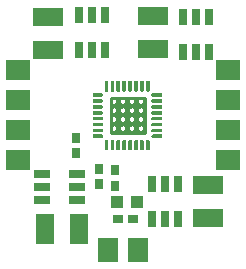
<source format=gts>
G04 DipTrace 2.4.0.2*
%INSocialLight.gts*%
%MOIN*%
%ADD10C,0.0098*%
%ADD30C,0.0065*%
%ADD40R,0.0685X0.0816*%
%ADD41R,0.0816X0.0685*%
%ADD42R,0.0646X0.1039*%
%ADD43R,0.0528X0.0291*%
%ADD44R,0.1039X0.0646*%
%ADD45R,0.0291X0.0528*%
%ADD46R,0.037X0.0291*%
%ADD47R,0.0449X0.0409*%
%ADD48R,0.0291X0.037*%
%FSLAX44Y44*%
G04*
G70*
G90*
G75*
G01*
%LNTopMask*%
%LPD*%
D48*
X6635Y6663D3*
Y6151D3*
D47*
X7888Y5533D3*
X7219D3*
D46*
X7774Y4983D3*
X7262D3*
D45*
X9279Y6143D3*
X8846D3*
X8413D3*
Y4982D3*
X8846D3*
X9279D3*
D44*
X10251Y6130D3*
Y5027D3*
D45*
X9419Y10559D3*
X9852D3*
X10286D3*
Y11720D3*
X9852D3*
X9419D3*
D44*
X8441Y10643D3*
Y11745D3*
D45*
X5975Y10622D3*
X6408D3*
X6841D3*
Y11783D3*
X6408D3*
X5975D3*
D44*
X4936Y10612D3*
Y11714D3*
D43*
X5893Y5614D3*
Y6047D3*
Y6480D3*
X4731D3*
Y6047D3*
Y5614D3*
D42*
X5953Y4653D3*
X4850D3*
D41*
X3937Y8937D3*
Y9937D3*
X10937D3*
Y8937D3*
X3937Y7937D3*
Y6937D3*
X10937Y7937D3*
Y6937D3*
D40*
X7937Y3937D3*
X6937D3*
D48*
X7160Y6097D3*
Y6608D3*
X5866Y7680D3*
Y7168D3*
X7634Y8303D2*
D30*
Y8311D1*
X7635Y8319D1*
X7637Y8326D1*
X7638Y8334D1*
X7641Y8341D1*
X7643Y8348D1*
X7647Y8355D1*
X7650Y8362D1*
X7654Y8368D1*
X7659Y8374D1*
X7664Y8380D1*
X7669Y8385D1*
X7675Y8390D1*
X7680Y8395D1*
X7687Y8399D1*
X7693Y8402D1*
X7700Y8405D1*
X7707Y8408D1*
X7714Y8410D1*
X7721Y8412D1*
X7728Y8413D1*
X7736D1*
X7743D1*
X7750D1*
X7757Y8412D1*
X7765Y8410D1*
X7772Y8408D1*
X7778Y8405D1*
X7785Y8402D1*
X7792Y8399D1*
X7798Y8395D1*
X7804Y8390D1*
X7809Y8385D1*
X7815Y8380D1*
X7820Y8374D1*
X7824Y8368D1*
X7828Y8362D1*
X7832Y8355D1*
X7835Y8348D1*
X7838Y8341D1*
X7840Y8334D1*
X7842Y8326D1*
X7843Y8319D1*
X7844Y8311D1*
Y8303D1*
Y8296D1*
X7843Y8288D1*
X7842Y8280D1*
X7840Y8273D1*
X7838Y8266D1*
X7835Y8258D1*
X7832Y8252D1*
X7828Y8245D1*
X7824Y8239D1*
X7820Y8233D1*
X7815Y8227D1*
X7809Y8221D1*
X7804Y8217D1*
X7798Y8212D1*
X7792Y8208D1*
X7785Y8204D1*
X7778Y8201D1*
X7772Y8199D1*
X7765Y8196D1*
X7757Y8195D1*
X7750Y8194D1*
X7743Y8193D1*
X7736D1*
X7728Y8194D1*
X7721Y8195D1*
X7714Y8196D1*
X7707Y8199D1*
X7700Y8201D1*
X7693Y8204D1*
X7687Y8208D1*
X7680Y8212D1*
X7675Y8217D1*
X7669Y8221D1*
X7664Y8227D1*
X7659Y8233D1*
X7654Y8239D1*
X7650Y8245D1*
X7647Y8252D1*
X7643Y8258D1*
X7641Y8266D1*
X7638Y8273D1*
X7637Y8280D1*
X7635Y8288D1*
X7634Y8296D1*
Y8303D1*
X7034D2*
X7035Y8311D1*
Y8319D1*
X7037Y8326D1*
X7038Y8334D1*
X7041Y8341D1*
X7044Y8348D1*
X7047Y8355D1*
X7050Y8362D1*
X7054Y8368D1*
X7059Y8374D1*
X7064Y8380D1*
X7069Y8385D1*
X7075Y8390D1*
X7081Y8395D1*
X7087Y8399D1*
X7093Y8402D1*
X7100Y8405D1*
X7107Y8408D1*
X7114Y8410D1*
X7121Y8412D1*
X7129Y8413D1*
X7136D1*
X7143D1*
X7150D1*
X7158Y8412D1*
X7165Y8410D1*
X7172Y8408D1*
X7179Y8405D1*
X7186Y8402D1*
X7192Y8399D1*
X7198Y8395D1*
X7204Y8390D1*
X7210Y8385D1*
X7215Y8380D1*
X7220Y8374D1*
X7224Y8368D1*
X7229Y8362D1*
X7232Y8355D1*
X7235Y8348D1*
X7238Y8341D1*
X7240Y8334D1*
X7242Y8326D1*
X7244Y8319D1*
Y8311D1*
X7245Y8303D1*
X7244Y8296D1*
Y8288D1*
X7242Y8280D1*
X7240Y8273D1*
X7238Y8266D1*
X7235Y8258D1*
X7232Y8252D1*
X7229Y8245D1*
X7224Y8239D1*
X7220Y8233D1*
X7215Y8227D1*
X7210Y8221D1*
X7204Y8217D1*
X7198Y8212D1*
X7192Y8208D1*
X7186Y8204D1*
X7179Y8201D1*
X7172Y8199D1*
X7165Y8196D1*
X7158Y8195D1*
X7150Y8194D1*
X7143Y8193D1*
X7136D1*
X7129Y8194D1*
X7121Y8195D1*
X7114Y8196D1*
X7107Y8199D1*
X7100Y8201D1*
X7093Y8204D1*
X7087Y8208D1*
X7081Y8212D1*
X7075Y8217D1*
X7069Y8221D1*
X7064Y8227D1*
X7059Y8233D1*
X7054Y8239D1*
X7050Y8245D1*
X7047Y8252D1*
X7044Y8258D1*
X7041Y8266D1*
X7038Y8273D1*
X7037Y8280D1*
X7035Y8288D1*
Y8296D1*
X7034Y8303D1*
X7933D2*
X7934Y8311D1*
Y8319D1*
X7936Y8326D1*
X7937Y8334D1*
X7940Y8341D1*
X7942Y8348D1*
X7946Y8355D1*
X7949Y8362D1*
X7953Y8368D1*
X7958Y8374D1*
X7963Y8380D1*
X7968Y8385D1*
X7974Y8390D1*
X7980Y8395D1*
X7986Y8399D1*
X7992Y8402D1*
X7999Y8405D1*
X8006Y8408D1*
X8013Y8410D1*
X8020Y8412D1*
X8027Y8413D1*
X8035D1*
X8042D1*
X8049D1*
X8057Y8412D1*
X8064Y8410D1*
X8071Y8408D1*
X8078Y8405D1*
X8084Y8402D1*
X8091Y8399D1*
X8097Y8395D1*
X8103Y8390D1*
X8109Y8385D1*
X8114Y8380D1*
X8119Y8374D1*
X8123Y8368D1*
X8127Y8362D1*
X8131Y8355D1*
X8134Y8348D1*
X8137Y8341D1*
X8139Y8334D1*
X8141Y8326D1*
X8142Y8319D1*
X8143Y8311D1*
Y8303D1*
Y8296D1*
X8142Y8288D1*
X8141Y8280D1*
X8139Y8273D1*
X8137Y8266D1*
X8134Y8258D1*
X8131Y8252D1*
X8127Y8245D1*
X8123Y8239D1*
X8119Y8233D1*
X8114Y8227D1*
X8109Y8221D1*
X8103Y8217D1*
X8097Y8212D1*
X8091Y8208D1*
X8084Y8204D1*
X8078Y8201D1*
X8071Y8199D1*
X8064Y8196D1*
X8057Y8195D1*
X8049Y8194D1*
X8042Y8193D1*
X8035D1*
X8027Y8194D1*
X8020Y8195D1*
X8013Y8196D1*
X8006Y8199D1*
X7999Y8201D1*
X7992Y8204D1*
X7986Y8208D1*
X7980Y8212D1*
X7974Y8217D1*
X7968Y8221D1*
X7963Y8227D1*
X7958Y8233D1*
X7953Y8239D1*
X7949Y8245D1*
X7946Y8252D1*
X7942Y8258D1*
X7940Y8266D1*
X7937Y8273D1*
X7936Y8280D1*
X7934Y8288D1*
Y8296D1*
X7933Y8303D1*
X7334D2*
Y8311D1*
X7335Y8319D1*
X7336Y8326D1*
X7338Y8334D1*
X7340Y8341D1*
X7343Y8348D1*
X7346Y8355D1*
X7350Y8362D1*
X7354Y8368D1*
X7358Y8374D1*
X7363Y8380D1*
X7368Y8385D1*
X7374Y8390D1*
X7380Y8395D1*
X7386Y8399D1*
X7393Y8402D1*
X7399Y8405D1*
X7406Y8408D1*
X7413Y8410D1*
X7420Y8412D1*
X7428Y8413D1*
X7435D1*
X7442D1*
X7450D1*
X7457Y8412D1*
X7464Y8410D1*
X7471Y8408D1*
X7478Y8405D1*
X7485Y8402D1*
X7491Y8399D1*
X7497Y8395D1*
X7503Y8390D1*
X7509Y8385D1*
X7514Y8380D1*
X7519Y8374D1*
X7524Y8368D1*
X7528Y8362D1*
X7531Y8355D1*
X7535Y8348D1*
X7537Y8341D1*
X7540Y8334D1*
X7541Y8326D1*
X7543Y8319D1*
Y8311D1*
X7544Y8303D1*
X7543Y8296D1*
Y8288D1*
X7541Y8280D1*
X7540Y8273D1*
X7537Y8266D1*
X7535Y8258D1*
X7531Y8252D1*
X7528Y8245D1*
X7524Y8239D1*
X7519Y8233D1*
X7514Y8227D1*
X7509Y8221D1*
X7503Y8217D1*
X7497Y8212D1*
X7491Y8208D1*
X7485Y8204D1*
X7478Y8201D1*
X7471Y8199D1*
X7464Y8196D1*
X7457Y8195D1*
X7450Y8194D1*
X7442Y8193D1*
X7435D1*
X7428Y8194D1*
X7420Y8195D1*
X7413Y8196D1*
X7406Y8199D1*
X7399Y8201D1*
X7393Y8204D1*
X7386Y8208D1*
X7380Y8212D1*
X7374Y8217D1*
X7368Y8221D1*
X7363Y8227D1*
X7358Y8233D1*
X7354Y8239D1*
X7350Y8245D1*
X7346Y8252D1*
X7343Y8258D1*
X7340Y8266D1*
X7338Y8273D1*
X7336Y8280D1*
X7335Y8288D1*
X7334Y8296D1*
Y8303D1*
X7633Y8603D2*
Y8610D1*
X7634Y8618D1*
X7635Y8626D1*
X7637Y8633D1*
X7639Y8640D1*
X7642Y8647D1*
X7645Y8654D1*
X7649Y8661D1*
X7653Y8667D1*
X7657Y8673D1*
X7662Y8679D1*
X7668Y8684D1*
X7673Y8689D1*
X7679Y8694D1*
X7685Y8698D1*
X7692Y8702D1*
X7698Y8705D1*
X7705Y8707D1*
X7712Y8709D1*
X7720Y8711D1*
X7727Y8712D1*
X7734Y8713D1*
X7741D1*
X7749Y8712D1*
X7756Y8711D1*
X7763Y8709D1*
X7770Y8707D1*
X7777Y8705D1*
X7784Y8702D1*
X7790Y8698D1*
X7797Y8694D1*
X7803Y8689D1*
X7808Y8684D1*
X7813Y8679D1*
X7818Y8673D1*
X7823Y8667D1*
X7827Y8661D1*
X7831Y8654D1*
X7834Y8647D1*
X7837Y8640D1*
X7839Y8633D1*
X7841Y8626D1*
X7842Y8618D1*
X7843Y8610D1*
Y8603D1*
Y8595D1*
X7842Y8587D1*
X7841Y8580D1*
X7839Y8572D1*
X7837Y8565D1*
X7834Y8558D1*
X7831Y8551D1*
X7827Y8544D1*
X7823Y8538D1*
X7818Y8532D1*
X7813Y8526D1*
X7808Y8521D1*
X7803Y8516D1*
X7797Y8511D1*
X7790Y8507D1*
X7784Y8504D1*
X7777Y8501D1*
X7770Y8498D1*
X7763Y8496D1*
X7756Y8494D1*
X7749Y8493D1*
X7741D1*
X7734D1*
X7727D1*
X7720Y8494D1*
X7712Y8496D1*
X7705Y8498D1*
X7698Y8501D1*
X7692Y8504D1*
X7685Y8507D1*
X7679Y8511D1*
X7673Y8516D1*
X7668Y8521D1*
X7662Y8526D1*
X7657Y8532D1*
X7653Y8538D1*
X7649Y8544D1*
X7645Y8551D1*
X7642Y8558D1*
X7639Y8565D1*
X7637Y8572D1*
X7635Y8580D1*
X7634Y8587D1*
X7633Y8595D1*
Y8603D1*
X7033D2*
Y8610D1*
X7034Y8618D1*
X7035Y8626D1*
X7037Y8633D1*
X7040Y8640D1*
X7042Y8647D1*
X7045Y8654D1*
X7049Y8661D1*
X7053Y8667D1*
X7058Y8673D1*
X7063Y8679D1*
X7068Y8684D1*
X7074Y8689D1*
X7079Y8694D1*
X7086Y8698D1*
X7092Y8702D1*
X7099Y8705D1*
X7106Y8707D1*
X7113Y8709D1*
X7120Y8711D1*
X7127Y8712D1*
X7134Y8713D1*
X7142D1*
X7149Y8712D1*
X7156Y8711D1*
X7164Y8709D1*
X7171Y8707D1*
X7177Y8705D1*
X7184Y8702D1*
X7191Y8698D1*
X7197Y8694D1*
X7203Y8689D1*
X7208Y8684D1*
X7214Y8679D1*
X7219Y8673D1*
X7223Y8667D1*
X7227Y8661D1*
X7231Y8654D1*
X7234Y8647D1*
X7237Y8640D1*
X7239Y8633D1*
X7241Y8626D1*
X7242Y8618D1*
X7243Y8610D1*
Y8603D1*
Y8595D1*
X7242Y8587D1*
X7241Y8580D1*
X7239Y8572D1*
X7237Y8565D1*
X7234Y8558D1*
X7231Y8551D1*
X7227Y8544D1*
X7223Y8538D1*
X7219Y8532D1*
X7214Y8526D1*
X7208Y8521D1*
X7203Y8516D1*
X7197Y8511D1*
X7191Y8507D1*
X7184Y8504D1*
X7177Y8501D1*
X7171Y8498D1*
X7164Y8496D1*
X7156Y8494D1*
X7149Y8493D1*
X7142D1*
X7134D1*
X7127D1*
X7120Y8494D1*
X7113Y8496D1*
X7106Y8498D1*
X7099Y8501D1*
X7092Y8504D1*
X7086Y8507D1*
X7079Y8511D1*
X7074Y8516D1*
X7068Y8521D1*
X7063Y8526D1*
X7058Y8532D1*
X7053Y8538D1*
X7049Y8544D1*
X7045Y8551D1*
X7042Y8558D1*
X7040Y8565D1*
X7037Y8572D1*
X7035Y8580D1*
X7034Y8587D1*
X7033Y8595D1*
Y8603D1*
X7932D2*
Y8610D1*
X7933Y8618D1*
X7934Y8626D1*
X7936Y8633D1*
X7938Y8640D1*
X7941Y8647D1*
X7944Y8654D1*
X7948Y8661D1*
X7952Y8667D1*
X7957Y8673D1*
X7961Y8679D1*
X7967Y8684D1*
X7972Y8689D1*
X7978Y8694D1*
X7984Y8698D1*
X7991Y8702D1*
X7998Y8705D1*
X8005Y8707D1*
X8012Y8709D1*
X8019Y8711D1*
X8026Y8712D1*
X8033Y8713D1*
X8041D1*
X8048Y8712D1*
X8055Y8711D1*
X8062Y8709D1*
X8069Y8707D1*
X8076Y8705D1*
X8083Y8702D1*
X8090Y8698D1*
X8096Y8694D1*
X8102Y8689D1*
X8107Y8684D1*
X8113Y8679D1*
X8117Y8673D1*
X8122Y8667D1*
X8126Y8661D1*
X8130Y8654D1*
X8133Y8647D1*
X8136Y8640D1*
X8138Y8633D1*
X8140Y8626D1*
X8141Y8618D1*
X8142Y8610D1*
Y8603D1*
Y8595D1*
X8141Y8587D1*
X8140Y8580D1*
X8138Y8572D1*
X8136Y8565D1*
X8133Y8558D1*
X8130Y8551D1*
X8126Y8544D1*
X8122Y8538D1*
X8117Y8532D1*
X8113Y8526D1*
X8107Y8521D1*
X8102Y8516D1*
X8096Y8511D1*
X8090Y8507D1*
X8083Y8504D1*
X8076Y8501D1*
X8069Y8498D1*
X8062Y8496D1*
X8055Y8494D1*
X8048Y8493D1*
X8041D1*
X8033D1*
X8026D1*
X8019Y8494D1*
X8012Y8496D1*
X8005Y8498D1*
X7998Y8501D1*
X7991Y8504D1*
X7984Y8507D1*
X7978Y8511D1*
X7972Y8516D1*
X7967Y8521D1*
X7961Y8526D1*
X7957Y8532D1*
X7952Y8538D1*
X7948Y8544D1*
X7944Y8551D1*
X7941Y8558D1*
X7938Y8565D1*
X7936Y8572D1*
X7934Y8580D1*
X7933Y8587D1*
X7932Y8595D1*
Y8603D1*
X7332D2*
X7333Y8610D1*
Y8618D1*
X7335Y8626D1*
X7336Y8633D1*
X7339Y8640D1*
X7341Y8647D1*
X7345Y8654D1*
X7348Y8661D1*
X7352Y8667D1*
X7357Y8673D1*
X7362Y8679D1*
X7367Y8684D1*
X7373Y8689D1*
X7379Y8694D1*
X7385Y8698D1*
X7391Y8702D1*
X7398Y8705D1*
X7405Y8707D1*
X7412Y8709D1*
X7419Y8711D1*
X7426Y8712D1*
X7434Y8713D1*
X7441D1*
X7448Y8712D1*
X7456Y8711D1*
X7463Y8709D1*
X7470Y8707D1*
X7477Y8705D1*
X7483Y8702D1*
X7490Y8698D1*
X7496Y8694D1*
X7502Y8689D1*
X7508Y8684D1*
X7513Y8679D1*
X7518Y8673D1*
X7522Y8667D1*
X7527Y8661D1*
X7530Y8654D1*
X7533Y8647D1*
X7536Y8640D1*
X7538Y8633D1*
X7540Y8626D1*
X7541Y8618D1*
X7542Y8610D1*
X7543Y8603D1*
X7542Y8595D1*
X7541Y8587D1*
X7540Y8580D1*
X7538Y8572D1*
X7536Y8565D1*
X7533Y8558D1*
X7530Y8551D1*
X7527Y8544D1*
X7522Y8538D1*
X7518Y8532D1*
X7513Y8526D1*
X7508Y8521D1*
X7502Y8516D1*
X7496Y8511D1*
X7490Y8507D1*
X7483Y8504D1*
X7477Y8501D1*
X7470Y8498D1*
X7463Y8496D1*
X7456Y8494D1*
X7448Y8493D1*
X7441D1*
X7434D1*
X7426D1*
X7419Y8494D1*
X7412Y8496D1*
X7405Y8498D1*
X7398Y8501D1*
X7391Y8504D1*
X7385Y8507D1*
X7379Y8511D1*
X7373Y8516D1*
X7367Y8521D1*
X7362Y8526D1*
X7357Y8532D1*
X7352Y8538D1*
X7348Y8544D1*
X7345Y8551D1*
X7341Y8558D1*
X7339Y8565D1*
X7336Y8572D1*
X7335Y8580D1*
X7333Y8587D1*
Y8595D1*
X7332Y8603D1*
X7633Y8001D2*
Y8009D1*
X7634Y8017D1*
X7635Y8024D1*
X7637Y8032D1*
X7639Y8039D1*
X7642Y8046D1*
X7645Y8053D1*
X7649Y8060D1*
X7653Y8066D1*
X7657Y8072D1*
X7662Y8078D1*
X7668Y8083D1*
X7673Y8088D1*
X7679Y8093D1*
X7685Y8097D1*
X7692Y8100D1*
X7698Y8103D1*
X7705Y8106D1*
X7712Y8108D1*
X7720Y8110D1*
X7727Y8111D1*
X7734D1*
X7741D1*
X7749D1*
X7756Y8110D1*
X7763Y8108D1*
X7770Y8106D1*
X7777Y8103D1*
X7784Y8100D1*
X7790Y8097D1*
X7797Y8093D1*
X7803Y8088D1*
X7808Y8083D1*
X7813Y8078D1*
X7818Y8072D1*
X7823Y8066D1*
X7827Y8060D1*
X7831Y8053D1*
X7834Y8046D1*
X7837Y8039D1*
X7839Y8032D1*
X7841Y8024D1*
X7842Y8017D1*
X7843Y8009D1*
Y8001D1*
Y7994D1*
X7842Y7986D1*
X7841Y7979D1*
X7839Y7971D1*
X7837Y7964D1*
X7834Y7957D1*
X7831Y7950D1*
X7827Y7943D1*
X7823Y7937D1*
X7818Y7931D1*
X7813Y7925D1*
X7808Y7920D1*
X7803Y7915D1*
X7797Y7910D1*
X7790Y7906D1*
X7784Y7903D1*
X7777Y7900D1*
X7770Y7897D1*
X7763Y7895D1*
X7756Y7893D1*
X7749Y7892D1*
X7741D1*
X7734D1*
X7727D1*
X7720Y7893D1*
X7712Y7895D1*
X7705Y7897D1*
X7698Y7900D1*
X7692Y7903D1*
X7685Y7906D1*
X7679Y7910D1*
X7673Y7915D1*
X7668Y7920D1*
X7662Y7925D1*
X7657Y7931D1*
X7653Y7937D1*
X7649Y7943D1*
X7645Y7950D1*
X7642Y7957D1*
X7639Y7964D1*
X7637Y7971D1*
X7635Y7979D1*
X7634Y7986D1*
X7633Y7994D1*
Y8001D1*
X7033D2*
Y8009D1*
X7034Y8017D1*
X7035Y8024D1*
X7037Y8032D1*
X7040Y8039D1*
X7042Y8046D1*
X7045Y8053D1*
X7049Y8060D1*
X7053Y8066D1*
X7058Y8072D1*
X7063Y8078D1*
X7068Y8083D1*
X7074Y8088D1*
X7079Y8093D1*
X7086Y8097D1*
X7092Y8100D1*
X7099Y8103D1*
X7106Y8106D1*
X7113Y8108D1*
X7120Y8110D1*
X7127Y8111D1*
X7134D1*
X7142D1*
X7149D1*
X7156Y8110D1*
X7164Y8108D1*
X7171Y8106D1*
X7177Y8103D1*
X7184Y8100D1*
X7191Y8097D1*
X7197Y8093D1*
X7203Y8088D1*
X7208Y8083D1*
X7214Y8078D1*
X7219Y8072D1*
X7223Y8066D1*
X7227Y8060D1*
X7231Y8053D1*
X7234Y8046D1*
X7237Y8039D1*
X7239Y8032D1*
X7241Y8024D1*
X7242Y8017D1*
X7243Y8009D1*
Y8001D1*
Y7994D1*
X7242Y7986D1*
X7241Y7979D1*
X7239Y7971D1*
X7237Y7964D1*
X7234Y7957D1*
X7231Y7950D1*
X7227Y7943D1*
X7223Y7937D1*
X7219Y7931D1*
X7214Y7925D1*
X7208Y7920D1*
X7203Y7915D1*
X7197Y7910D1*
X7191Y7906D1*
X7184Y7903D1*
X7177Y7900D1*
X7171Y7897D1*
X7164Y7895D1*
X7156Y7893D1*
X7149Y7892D1*
X7142D1*
X7134D1*
X7127D1*
X7120Y7893D1*
X7113Y7895D1*
X7106Y7897D1*
X7099Y7900D1*
X7092Y7903D1*
X7086Y7906D1*
X7079Y7910D1*
X7074Y7915D1*
X7068Y7920D1*
X7063Y7925D1*
X7058Y7931D1*
X7053Y7937D1*
X7049Y7943D1*
X7045Y7950D1*
X7042Y7957D1*
X7040Y7964D1*
X7037Y7971D1*
X7035Y7979D1*
X7034Y7986D1*
X7033Y7994D1*
Y8001D1*
X7932D2*
Y8009D1*
X7933Y8017D1*
X7934Y8024D1*
X7936Y8032D1*
X7938Y8039D1*
X7941Y8046D1*
X7944Y8053D1*
X7948Y8060D1*
X7952Y8066D1*
X7957Y8072D1*
X7961Y8078D1*
X7967Y8083D1*
X7972Y8088D1*
X7978Y8093D1*
X7984Y8097D1*
X7991Y8100D1*
X7998Y8103D1*
X8005Y8106D1*
X8012Y8108D1*
X8019Y8110D1*
X8026Y8111D1*
X8033D1*
X8041D1*
X8048D1*
X8055Y8110D1*
X8062Y8108D1*
X8069Y8106D1*
X8076Y8103D1*
X8083Y8100D1*
X8090Y8097D1*
X8096Y8093D1*
X8102Y8088D1*
X8107Y8083D1*
X8113Y8078D1*
X8117Y8072D1*
X8122Y8066D1*
X8126Y8060D1*
X8130Y8053D1*
X8133Y8046D1*
X8136Y8039D1*
X8138Y8032D1*
X8140Y8024D1*
X8141Y8017D1*
X8142Y8009D1*
Y8001D1*
Y7994D1*
X8141Y7986D1*
X8140Y7979D1*
X8138Y7971D1*
X8136Y7964D1*
X8133Y7957D1*
X8130Y7950D1*
X8126Y7943D1*
X8122Y7937D1*
X8117Y7931D1*
X8113Y7925D1*
X8107Y7920D1*
X8102Y7915D1*
X8096Y7910D1*
X8090Y7906D1*
X8083Y7903D1*
X8076Y7900D1*
X8069Y7897D1*
X8062Y7895D1*
X8055Y7893D1*
X8048Y7892D1*
X8041D1*
X8033D1*
X8026D1*
X8019Y7893D1*
X8012Y7895D1*
X8005Y7897D1*
X7998Y7900D1*
X7991Y7903D1*
X7984Y7906D1*
X7978Y7910D1*
X7972Y7915D1*
X7967Y7920D1*
X7961Y7925D1*
X7957Y7931D1*
X7952Y7937D1*
X7948Y7943D1*
X7944Y7950D1*
X7941Y7957D1*
X7938Y7964D1*
X7936Y7971D1*
X7934Y7979D1*
X7933Y7986D1*
X7932Y7994D1*
Y8001D1*
X7332D2*
X7333Y8009D1*
Y8017D1*
X7335Y8024D1*
X7336Y8032D1*
X7339Y8039D1*
X7341Y8046D1*
X7345Y8053D1*
X7348Y8060D1*
X7352Y8066D1*
X7357Y8072D1*
X7362Y8078D1*
X7367Y8083D1*
X7373Y8088D1*
X7379Y8093D1*
X7385Y8097D1*
X7391Y8100D1*
X7398Y8103D1*
X7405Y8106D1*
X7412Y8108D1*
X7419Y8110D1*
X7426Y8111D1*
X7434D1*
X7441D1*
X7448D1*
X7456Y8110D1*
X7463Y8108D1*
X7470Y8106D1*
X7477Y8103D1*
X7483Y8100D1*
X7490Y8097D1*
X7496Y8093D1*
X7502Y8088D1*
X7508Y8083D1*
X7513Y8078D1*
X7518Y8072D1*
X7522Y8066D1*
X7527Y8060D1*
X7530Y8053D1*
X7533Y8046D1*
X7536Y8039D1*
X7538Y8032D1*
X7540Y8024D1*
X7541Y8017D1*
X7542Y8009D1*
X7543Y8001D1*
X7542Y7994D1*
X7541Y7986D1*
X7540Y7979D1*
X7538Y7971D1*
X7536Y7964D1*
X7533Y7957D1*
X7530Y7950D1*
X7527Y7943D1*
X7522Y7937D1*
X7518Y7931D1*
X7513Y7925D1*
X7508Y7920D1*
X7502Y7915D1*
X7496Y7910D1*
X7490Y7906D1*
X7483Y7903D1*
X7477Y7900D1*
X7470Y7897D1*
X7463Y7895D1*
X7456Y7893D1*
X7448Y7892D1*
X7441D1*
X7434D1*
X7426D1*
X7419Y7893D1*
X7412Y7895D1*
X7405Y7897D1*
X7398Y7900D1*
X7391Y7903D1*
X7385Y7906D1*
X7379Y7910D1*
X7373Y7915D1*
X7367Y7920D1*
X7362Y7925D1*
X7357Y7931D1*
X7352Y7937D1*
X7348Y7943D1*
X7345Y7950D1*
X7341Y7957D1*
X7339Y7964D1*
X7336Y7971D1*
X7335Y7979D1*
X7333Y7986D1*
Y7994D1*
X7332Y8001D1*
X7633Y8903D2*
Y8911D1*
X7634Y8918D1*
X7635Y8926D1*
X7637Y8933D1*
X7639Y8941D1*
X7642Y8948D1*
X7645Y8955D1*
X7649Y8961D1*
X7653Y8968D1*
X7657Y8974D1*
X7662Y8979D1*
X7668Y8985D1*
X7673Y8990D1*
X7679Y8994D1*
X7685Y8998D1*
X7692Y9002D1*
X7698Y9005D1*
X7705Y9008D1*
X7712Y9010D1*
X7720Y9011D1*
X7727Y9012D1*
X7734Y9013D1*
X7741D1*
X7749Y9012D1*
X7756Y9011D1*
X7763Y9010D1*
X7770Y9008D1*
X7777Y9005D1*
X7784Y9002D1*
X7790Y8998D1*
X7797Y8994D1*
X7803Y8990D1*
X7808Y8985D1*
X7813Y8979D1*
X7818Y8974D1*
X7823Y8968D1*
X7827Y8961D1*
X7831Y8955D1*
X7834Y8948D1*
X7837Y8941D1*
X7839Y8933D1*
X7841Y8926D1*
X7842Y8918D1*
X7843Y8911D1*
Y8903D1*
Y8895D1*
X7842Y8888D1*
X7841Y8880D1*
X7839Y8873D1*
X7837Y8865D1*
X7834Y8858D1*
X7831Y8851D1*
X7827Y8845D1*
X7823Y8838D1*
X7818Y8832D1*
X7813Y8826D1*
X7808Y8821D1*
X7803Y8816D1*
X7797Y8812D1*
X7790Y8808D1*
X7784Y8804D1*
X7777Y8801D1*
X7770Y8798D1*
X7763Y8796D1*
X7756Y8795D1*
X7749Y8793D1*
X7741D1*
X7734D1*
X7727D1*
X7720Y8795D1*
X7712Y8796D1*
X7705Y8798D1*
X7698Y8801D1*
X7692Y8804D1*
X7685Y8808D1*
X7679Y8812D1*
X7673Y8816D1*
X7668Y8821D1*
X7662Y8826D1*
X7657Y8832D1*
X7653Y8838D1*
X7649Y8845D1*
X7645Y8851D1*
X7642Y8858D1*
X7639Y8865D1*
X7637Y8873D1*
X7635Y8880D1*
X7634Y8888D1*
X7633Y8895D1*
Y8903D1*
X7032Y8900D2*
Y8908D1*
X7033Y8915D1*
X7034Y8923D1*
X7036Y8930D1*
X7038Y8937D1*
X7041Y8944D1*
X7044Y8951D1*
X7048Y8957D1*
X7052Y8964D1*
X7056Y8970D1*
X7061Y8975D1*
X7067Y8980D1*
X7072Y8985D1*
X7078Y8990D1*
X7085Y8994D1*
X7091Y8997D1*
X7098Y9000D1*
X7105Y9003D1*
X7112Y9005D1*
X7119Y9006D1*
X7126Y9007D1*
X7134Y9008D1*
X7141D1*
X7148Y9007D1*
X7156Y9006D1*
X7163Y9005D1*
X7170Y9003D1*
X7177Y9000D1*
X7184Y8997D1*
X7190Y8994D1*
X7197Y8990D1*
X7202Y8985D1*
X7208Y8980D1*
X7213Y8975D1*
X7218Y8970D1*
X7223Y8964D1*
X7227Y8957D1*
X7231Y8951D1*
X7234Y8944D1*
X7237Y8937D1*
X7239Y8930D1*
X7241Y8923D1*
X7242Y8915D1*
X7243Y8908D1*
Y8900D1*
Y8893D1*
X7242Y8885D1*
X7241Y8878D1*
X7239Y8871D1*
X7237Y8864D1*
X7234Y8857D1*
X7231Y8850D1*
X7227Y8843D1*
X7223Y8837D1*
X7218Y8831D1*
X7213Y8826D1*
X7208Y8820D1*
X7202Y8816D1*
X7197Y8811D1*
X7190Y8807D1*
X7184Y8804D1*
X7177Y8801D1*
X7170Y8798D1*
X7163Y8796D1*
X7156Y8794D1*
X7148Y8793D1*
X7141D1*
X7134D1*
X7126D1*
X7119Y8794D1*
X7112Y8796D1*
X7105Y8798D1*
X7098Y8801D1*
X7091Y8804D1*
X7085Y8807D1*
X7078Y8811D1*
X7072Y8816D1*
X7067Y8820D1*
X7061Y8826D1*
X7056Y8831D1*
X7052Y8837D1*
X7048Y8843D1*
X7044Y8850D1*
X7041Y8857D1*
X7038Y8864D1*
X7036Y8871D1*
X7034Y8878D1*
X7033Y8885D1*
X7032Y8893D1*
Y8900D1*
X7932Y8903D2*
Y8911D1*
X7933Y8918D1*
X7934Y8926D1*
X7936Y8933D1*
X7938Y8941D1*
X7941Y8948D1*
X7944Y8955D1*
X7948Y8961D1*
X7952Y8968D1*
X7957Y8974D1*
X7961Y8979D1*
X7967Y8985D1*
X7972Y8990D1*
X7978Y8994D1*
X7984Y8998D1*
X7991Y9002D1*
X7998Y9005D1*
X8005Y9008D1*
X8012Y9010D1*
X8019Y9011D1*
X8026Y9012D1*
X8033Y9013D1*
X8041D1*
X8048Y9012D1*
X8055Y9011D1*
X8062Y9010D1*
X8069Y9008D1*
X8076Y9005D1*
X8083Y9002D1*
X8090Y8998D1*
X8096Y8994D1*
X8102Y8990D1*
X8107Y8985D1*
X8113Y8979D1*
X8117Y8974D1*
X8122Y8968D1*
X8126Y8961D1*
X8130Y8955D1*
X8133Y8948D1*
X8136Y8941D1*
X8138Y8933D1*
X8140Y8926D1*
X8141Y8918D1*
X8142Y8911D1*
Y8903D1*
Y8895D1*
X8141Y8888D1*
X8140Y8880D1*
X8138Y8873D1*
X8136Y8865D1*
X8133Y8858D1*
X8130Y8851D1*
X8126Y8845D1*
X8122Y8838D1*
X8117Y8832D1*
X8113Y8826D1*
X8107Y8821D1*
X8102Y8816D1*
X8096Y8812D1*
X8090Y8808D1*
X8083Y8804D1*
X8076Y8801D1*
X8069Y8798D1*
X8062Y8796D1*
X8055Y8795D1*
X8048Y8793D1*
X8041D1*
X8033D1*
X8026D1*
X8019Y8795D1*
X8012Y8796D1*
X8005Y8798D1*
X7998Y8801D1*
X7991Y8804D1*
X7984Y8808D1*
X7978Y8812D1*
X7972Y8816D1*
X7967Y8821D1*
X7961Y8826D1*
X7957Y8832D1*
X7952Y8838D1*
X7948Y8845D1*
X7944Y8851D1*
X7941Y8858D1*
X7938Y8865D1*
X7936Y8873D1*
X7934Y8880D1*
X7933Y8888D1*
X7932Y8895D1*
Y8903D1*
X7332D2*
X7333Y8911D1*
Y8918D1*
X7335Y8926D1*
X7336Y8933D1*
X7339Y8941D1*
X7341Y8948D1*
X7345Y8955D1*
X7348Y8961D1*
X7352Y8968D1*
X7357Y8974D1*
X7362Y8979D1*
X7367Y8985D1*
X7373Y8990D1*
X7379Y8994D1*
X7385Y8998D1*
X7391Y9002D1*
X7398Y9005D1*
X7405Y9008D1*
X7412Y9010D1*
X7419Y9011D1*
X7426Y9012D1*
X7434Y9013D1*
X7441D1*
X7448Y9012D1*
X7456Y9011D1*
X7463Y9010D1*
X7470Y9008D1*
X7477Y9005D1*
X7483Y9002D1*
X7490Y8998D1*
X7496Y8994D1*
X7502Y8990D1*
X7508Y8985D1*
X7513Y8979D1*
X7518Y8974D1*
X7522Y8968D1*
X7527Y8961D1*
X7530Y8955D1*
X7533Y8948D1*
X7536Y8941D1*
X7538Y8933D1*
X7540Y8926D1*
X7541Y8918D1*
X7542Y8911D1*
X7543Y8903D1*
X7542Y8895D1*
X7541Y8888D1*
X7540Y8880D1*
X7538Y8873D1*
X7536Y8865D1*
X7533Y8858D1*
X7530Y8851D1*
X7527Y8845D1*
X7522Y8838D1*
X7518Y8832D1*
X7513Y8826D1*
X7508Y8821D1*
X7502Y8816D1*
X7496Y8812D1*
X7490Y8808D1*
X7483Y8804D1*
X7477Y8801D1*
X7470Y8798D1*
X7463Y8796D1*
X7456Y8795D1*
X7448Y8793D1*
X7441D1*
X7434D1*
X7426D1*
X7419Y8795D1*
X7412Y8796D1*
X7405Y8798D1*
X7398Y8801D1*
X7391Y8804D1*
X7385Y8808D1*
X7379Y8812D1*
X7373Y8816D1*
X7367Y8821D1*
X7362Y8826D1*
X7357Y8832D1*
X7352Y8838D1*
X7348Y8845D1*
X7345Y8851D1*
X7341Y8858D1*
X7339Y8865D1*
X7336Y8873D1*
X7335Y8880D1*
X7333Y8888D1*
Y8895D1*
X7332Y8903D1*
G36*
X7954Y7861D2*
X7826D1*
Y9020D1*
X7954D1*
Y7861D1*
G37*
G36*
X7652Y7866D2*
X7523D1*
Y9022D1*
X7652D1*
Y7866D1*
G37*
G36*
X7354Y7877D2*
X7217D1*
Y9020D1*
X7354D1*
Y7877D1*
G37*
G36*
X8168Y8072D2*
X7021D1*
Y8231D1*
X8168D1*
Y8072D1*
G37*
G36*
X8159Y8383D2*
X7015D1*
Y8526D1*
X8159D1*
Y8383D1*
G37*
G36*
X8148Y8684D2*
X7023D1*
Y8816D1*
X8148D1*
Y8684D1*
G37*
X8156Y7849D2*
D10*
X7020D1*
Y9018D1*
X8156D1*
Y7849D1*
G36*
X8429Y7800D2*
X8725D1*
Y7675D1*
X8429D1*
X8412Y7679D1*
X8398Y7688D1*
X8387Y7699D1*
X8379Y7713D1*
X8374Y7729D1*
Y7746D1*
X8379Y7762D1*
X8387Y7776D1*
X8398Y7788D1*
X8412Y7796D1*
X8429Y7800D1*
G37*
G36*
Y7997D2*
X8725D1*
Y7872D1*
X8429D1*
X8412Y7876D1*
X8398Y7884D1*
X8387Y7896D1*
X8379Y7910D1*
X8374Y7926D1*
Y7943D1*
X8379Y7959D1*
X8387Y7973D1*
X8398Y7984D1*
X8412Y7993D1*
X8429Y7997D1*
G37*
G36*
Y8194D2*
X8725D1*
Y8069D1*
X8429D1*
X8412Y8073D1*
X8398Y8081D1*
X8387Y8093D1*
X8379Y8107D1*
X8374Y8123D1*
Y8139D1*
X8379Y8156D1*
X8387Y8170D1*
X8398Y8181D1*
X8412Y8189D1*
X8429Y8194D1*
G37*
G36*
Y8391D2*
X8725D1*
Y8266D1*
X8429D1*
X8412Y8270D1*
X8398Y8278D1*
X8387Y8290D1*
X8379Y8304D1*
X8374Y8320D1*
Y8336D1*
X8379Y8352D1*
X8387Y8366D1*
X8398Y8378D1*
X8412Y8386D1*
X8429Y8391D1*
G37*
G36*
Y8588D2*
X8725D1*
Y8462D1*
X8429D1*
X8412Y8467D1*
X8398Y8475D1*
X8387Y8487D1*
X8379Y8501D1*
X8374Y8517D1*
Y8533D1*
X8379Y8549D1*
X8387Y8563D1*
X8398Y8575D1*
X8412Y8583D1*
X8429Y8588D1*
G37*
G36*
Y8784D2*
X8725D1*
Y8659D1*
X8429D1*
X8412Y8664D1*
X8398Y8672D1*
X8387Y8684D1*
X8379Y8697D1*
X8374Y8714D1*
Y8730D1*
X8379Y8746D1*
X8387Y8760D1*
X8398Y8772D1*
X8412Y8780D1*
X8429Y8784D1*
G37*
G36*
Y8981D2*
X8725D1*
Y8856D1*
X8429D1*
X8412Y8861D1*
X8398Y8869D1*
X8387Y8880D1*
X8379Y8894D1*
X8374Y8911D1*
Y8927D1*
X8379Y8943D1*
X8387Y8957D1*
X8398Y8969D1*
X8412Y8977D1*
X8429Y8981D1*
G37*
G36*
Y9178D2*
X8725D1*
Y9053D1*
X8429D1*
X8412Y9057D1*
X8398Y9066D1*
X8387Y9077D1*
X8379Y9091D1*
X8374Y9107D1*
Y9124D1*
X8379Y9140D1*
X8387Y9154D1*
X8398Y9166D1*
X8412Y9174D1*
X8429Y9178D1*
G37*
G36*
X8200Y9280D2*
Y9576D1*
X8325D1*
Y9280D1*
X8321Y9264D1*
X8313Y9250D1*
X8301Y9238D1*
X8287Y9230D1*
X8271Y9226D1*
X8254D1*
X8238Y9230D1*
X8224Y9238D1*
X8213Y9250D1*
X8205Y9264D1*
X8200Y9280D1*
G37*
G36*
X8003D2*
Y9576D1*
X8128D1*
Y9280D1*
X8124Y9264D1*
X8116Y9250D1*
X8104Y9238D1*
X8090Y9230D1*
X8074Y9226D1*
X8058D1*
X8041Y9230D1*
X8027Y9238D1*
X8016Y9250D1*
X8008Y9264D1*
X8003Y9280D1*
G37*
G36*
X7806D2*
Y9576D1*
X7932D1*
Y9280D1*
X7927Y9264D1*
X7919Y9250D1*
X7907Y9238D1*
X7893Y9230D1*
X7877Y9226D1*
X7861D1*
X7845Y9230D1*
X7831Y9238D1*
X7819Y9250D1*
X7811Y9264D1*
X7806Y9280D1*
G37*
G36*
X7609D2*
Y9576D1*
X7735D1*
Y9280D1*
X7730Y9264D1*
X7722Y9250D1*
X7710Y9238D1*
X7696Y9230D1*
X7680Y9226D1*
X7664D1*
X7648Y9230D1*
X7634Y9238D1*
X7622Y9250D1*
X7614Y9264D1*
X7609Y9280D1*
G37*
G36*
X7413D2*
Y9576D1*
X7538D1*
Y9280D1*
X7533Y9264D1*
X7525Y9250D1*
X7514Y9238D1*
X7500Y9230D1*
X7483Y9226D1*
X7467D1*
X7451Y9230D1*
X7437Y9238D1*
X7425Y9250D1*
X7417Y9264D1*
X7413Y9280D1*
G37*
G36*
X7216D2*
Y9576D1*
X7341D1*
Y9280D1*
X7336Y9264D1*
X7328Y9250D1*
X7317Y9238D1*
X7303Y9230D1*
X7287Y9226D1*
X7270D1*
X7254Y9230D1*
X7240Y9238D1*
X7228Y9250D1*
X7220Y9264D1*
X7216Y9280D1*
G37*
G36*
X7019D2*
Y9576D1*
X7144D1*
Y9280D1*
X7140Y9264D1*
X7132Y9250D1*
X7120Y9238D1*
X7106Y9230D1*
X7090Y9226D1*
X7073D1*
X7057Y9230D1*
X7043Y9238D1*
X7032Y9250D1*
X7023Y9264D1*
X7019Y9280D1*
G37*
G36*
X6822D2*
Y9576D1*
X6947D1*
Y9280D1*
X6943Y9264D1*
X6935Y9250D1*
X6923Y9238D1*
X6909Y9230D1*
X6893Y9226D1*
X6877D1*
X6860Y9230D1*
X6846Y9238D1*
X6835Y9250D1*
X6827Y9264D1*
X6822Y9280D1*
G37*
G36*
X6720Y9053D2*
X6424D1*
Y9178D1*
X6720D1*
X6736Y9174D1*
X6750Y9166D1*
X6762Y9154D1*
X6770Y9140D1*
X6774Y9124D1*
Y9107D1*
X6770Y9091D1*
X6762Y9077D1*
X6750Y9066D1*
X6736Y9057D1*
X6720Y9053D1*
G37*
G36*
Y8856D2*
X6424D1*
Y8981D1*
X6720D1*
X6736Y8977D1*
X6750Y8969D1*
X6762Y8957D1*
X6770Y8943D1*
X6774Y8927D1*
Y8911D1*
X6770Y8894D1*
X6762Y8880D1*
X6750Y8869D1*
X6736Y8861D1*
X6720Y8856D1*
G37*
G36*
Y8659D2*
X6424D1*
Y8784D1*
X6720D1*
X6736Y8780D1*
X6750Y8772D1*
X6762Y8760D1*
X6770Y8746D1*
X6774Y8730D1*
Y8714D1*
X6770Y8697D1*
X6762Y8684D1*
X6750Y8672D1*
X6736Y8664D1*
X6720Y8659D1*
G37*
G36*
Y8462D2*
X6424D1*
Y8588D1*
X6720D1*
X6736Y8583D1*
X6750Y8575D1*
X6762Y8563D1*
X6770Y8549D1*
X6774Y8533D1*
Y8517D1*
X6770Y8501D1*
X6762Y8487D1*
X6750Y8475D1*
X6736Y8467D1*
X6720Y8462D1*
G37*
G36*
Y8266D2*
X6424D1*
Y8391D1*
X6720D1*
X6736Y8386D1*
X6750Y8378D1*
X6762Y8366D1*
X6770Y8352D1*
X6774Y8336D1*
Y8320D1*
X6770Y8304D1*
X6762Y8290D1*
X6750Y8278D1*
X6736Y8270D1*
X6720Y8266D1*
G37*
G36*
Y8069D2*
X6424D1*
Y8194D1*
X6720D1*
X6736Y8189D1*
X6750Y8181D1*
X6762Y8170D1*
X6770Y8156D1*
X6774Y8139D1*
Y8123D1*
X6770Y8107D1*
X6762Y8093D1*
X6750Y8081D1*
X6736Y8073D1*
X6720Y8069D1*
G37*
G36*
Y7872D2*
X6424D1*
Y7997D1*
X6720D1*
X6736Y7993D1*
X6750Y7984D1*
X6762Y7973D1*
X6770Y7959D1*
X6774Y7943D1*
Y7926D1*
X6770Y7910D1*
X6762Y7896D1*
X6750Y7884D1*
X6736Y7876D1*
X6720Y7872D1*
G37*
G36*
Y7675D2*
X6424D1*
Y7800D1*
X6720D1*
X6736Y7796D1*
X6750Y7788D1*
X6762Y7776D1*
X6770Y7762D1*
X6774Y7746D1*
Y7729D1*
X6770Y7713D1*
X6762Y7699D1*
X6750Y7688D1*
X6736Y7679D1*
X6720Y7675D1*
G37*
G36*
X6947Y7573D2*
Y7277D1*
X6822D1*
Y7573D1*
X6827Y7589D1*
X6835Y7603D1*
X6846Y7615D1*
X6860Y7623D1*
X6877Y7627D1*
X6893D1*
X6909Y7623D1*
X6923Y7615D1*
X6935Y7603D1*
X6943Y7589D1*
X6947Y7573D1*
G37*
G36*
X7144D2*
Y7277D1*
X7019D1*
Y7573D1*
X7023Y7589D1*
X7032Y7603D1*
X7043Y7615D1*
X7057Y7623D1*
X7073Y7627D1*
X7090D1*
X7106Y7623D1*
X7120Y7615D1*
X7132Y7603D1*
X7140Y7589D1*
X7144Y7573D1*
G37*
G36*
X7341D2*
Y7277D1*
X7216D1*
Y7573D1*
X7220Y7589D1*
X7228Y7603D1*
X7240Y7615D1*
X7254Y7623D1*
X7270Y7627D1*
X7287D1*
X7303Y7623D1*
X7317Y7615D1*
X7328Y7603D1*
X7336Y7589D1*
X7341Y7573D1*
G37*
G36*
X7538D2*
Y7277D1*
X7413D1*
Y7573D1*
X7417Y7589D1*
X7425Y7603D1*
X7437Y7615D1*
X7451Y7623D1*
X7467Y7627D1*
X7483D1*
X7500Y7623D1*
X7514Y7615D1*
X7525Y7603D1*
X7533Y7589D1*
X7538Y7573D1*
G37*
G36*
X7735D2*
Y7277D1*
X7609D1*
Y7573D1*
X7614Y7589D1*
X7622Y7603D1*
X7634Y7615D1*
X7648Y7623D1*
X7664Y7627D1*
X7680D1*
X7696Y7623D1*
X7710Y7615D1*
X7722Y7603D1*
X7730Y7589D1*
X7735Y7573D1*
G37*
G36*
X7932D2*
Y7277D1*
X7806D1*
Y7573D1*
X7811Y7589D1*
X7819Y7603D1*
X7831Y7615D1*
X7845Y7623D1*
X7861Y7627D1*
X7877D1*
X7893Y7623D1*
X7907Y7615D1*
X7919Y7603D1*
X7927Y7589D1*
X7932Y7573D1*
G37*
G36*
X8128D2*
Y7277D1*
X8003D1*
Y7573D1*
X8008Y7589D1*
X8016Y7603D1*
X8027Y7615D1*
X8041Y7623D1*
X8058Y7627D1*
X8074D1*
X8090Y7623D1*
X8104Y7615D1*
X8116Y7603D1*
X8124Y7589D1*
X8128Y7573D1*
G37*
G36*
X8325D2*
Y7277D1*
X8200D1*
Y7573D1*
X8205Y7589D1*
X8213Y7603D1*
X8224Y7615D1*
X8238Y7623D1*
X8254Y7627D1*
X8271D1*
X8287Y7623D1*
X8301Y7615D1*
X8313Y7603D1*
X8321Y7589D1*
X8325Y7573D1*
G37*
M02*

</source>
